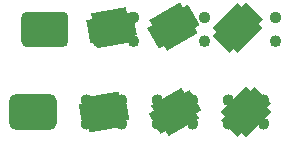
<source format=gbr>
G04 Generated by UcamX v2017.04_Devbuild on 2017.4.7*
G04 Ucamco copyright*
%TF.GenerationSoftware,Ucamco,UcamX,v2017.04-170404*%
%TF.CreationDate,2017-04-18T10:09:12+00:00*%
%TF.FileFunction,Other,SMD prim21*%
%TF.FilePolarity,Positive*%
%FSLAX46Y46*%
%MOMM*%
G01*
G04 Create aperture macro*
%AMRECTROUNDCORNERS*
0 Rectangle with rounded corners*
0 $1 width *
0 $2 height *
0 $3 corner radius *
0 $4 flash origin X offset *
0 $5 flash origin Y offset *
0 $6 rotation angle *
0 Create two overlapping rectangles that omit the rounded corner areas*
21,1,$1,$2-2x$3,$4,$5,$6*
21,1,$1-2x$3,$2,$4,$5,$6*
0 Add circles at the corners. *
1,1,2x$3,$4+$1/2-$3,$5+$2/2-$3,$6*
1,1,2x$3,$4-$1/2+$3,$5+$2/2-$3,$6*
1,1,2x$3,$4-$1/2+$3,$5-$2/2+$3,$6*
1,1,2x$3,$4+$1/2-$3,$5-$2/2+$3,$6*%
G04 Create aperture*
%ADD10RECTROUNDCORNERS,4X3X0.5X0X0X0*%
%ADD11RECTROUNDCORNERS,4X3X0.5X0X0X10*%
%ADD12RECTROUNDCORNERS,4X3X0.5X0X0X30*%
%ADD13RECTROUNDCORNERS,4X3X0.5X0X0X45*%
%ADD20RECTROUNDCORNERS,4X3X0.5X1.0X2.0X0*%
%ADD21RECTROUNDCORNERS,4X3X0.5X1.0X2.0X10*%
%ADD22RECTROUNDCORNERS,4X3X0.5X1.0X2.0X30*%
%ADD23RECTROUNDCORNERS,4X3X0.5X1.0X2.0X45*%
G04 Select aperture*
D10*
G04 Flash aperture*
X0Y0D03*
D11*
X6000000D03*
D12*
X12000000D03*
D13*
X18000000D03*
D20*
X0Y5000000D03*
D21*
X6000000Y5000000D03*
D22*
X12000000D03*
D23*
X18000000D03*
%TF.MD5,BA2931A6D8B12CDE1E4727108D58736B*%
M02*
</source>
